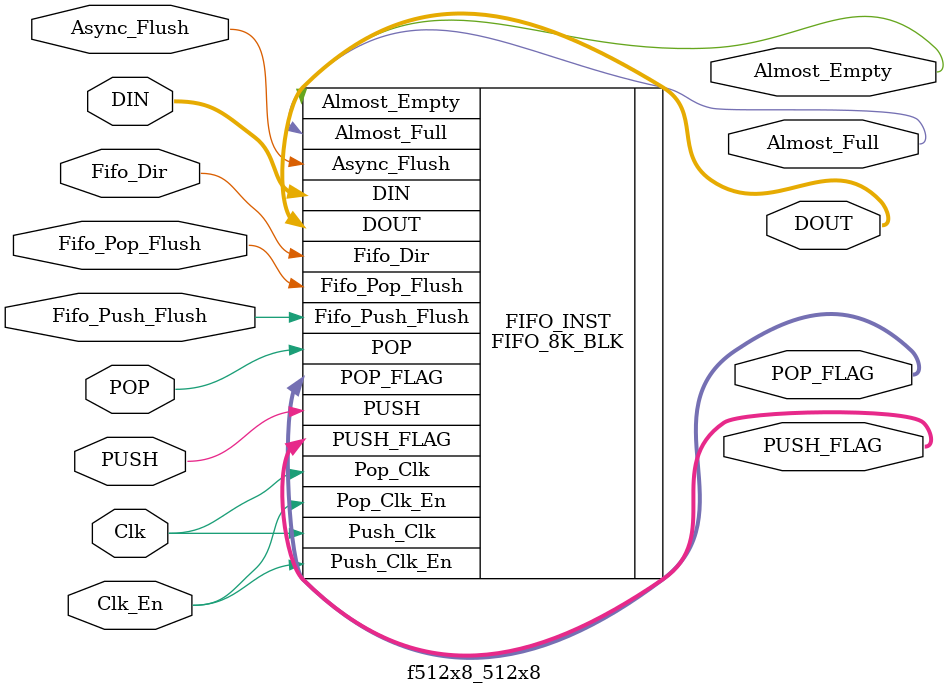
<source format=v>
module f512x8_512x8 (DIN,Fifo_Push_Flush,Fifo_Pop_Flush,PUSH,POP,Clk,Clk_En,Fifo_Dir,Async_Flush,Almost_Full,Almost_Empty,PUSH_FLAG,POP_FLAG,DOUT);

input Fifo_Push_Flush,Fifo_Pop_Flush;
input Clk;
input PUSH,POP;
input [7:0] DIN;
input Clk_En,Fifo_Dir,Async_Flush;
output [7:0] DOUT;
output [3:0] PUSH_FLAG,POP_FLAG;
output Almost_Full,Almost_Empty;

parameter data_depth_int = 512;
parameter data_width_int = 8;
parameter reg_rd_int = 0;
parameter sync_fifo_int = 1;

FIFO_8K_BLK  # (.data_depth_int(data_depth_int),.data_width_int(data_width_int),.reg_rd_int(reg_rd_int),.sync_fifo_int(sync_fifo_int)
                 ) 
  FIFO_INST    (
                .DIN(DIN),
                .PUSH(PUSH),
                .POP(POP),
                .Fifo_Push_Flush(Fifo_Push_Flush),
                .Fifo_Pop_Flush(Fifo_Pop_Flush),
                .Push_Clk(Clk),
                .Pop_Clk(Clk),
                .PUSH_FLAG(PUSH_FLAG),
                .POP_FLAG(POP_FLAG),
                .Push_Clk_En(Clk_En),
                .Pop_Clk_En(Clk_En),
                .Fifo_Dir(Fifo_Dir),
                .Async_Flush(Async_Flush),
                .Almost_Full(Almost_Full),
                .Almost_Empty(Almost_Empty),
                .DOUT(DOUT)
        				);
endmodule


</source>
